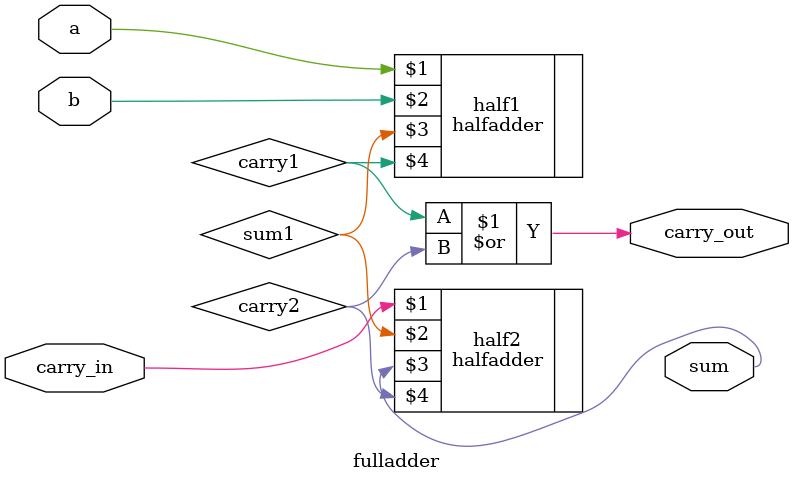
<source format=v>
`include "halfadder.v"

module fulladder(
    a, b, carry_in, sum, carry_out
);

input a;
input b;
input carry_in;

output sum;
output carry_out;

wire sum1;
wire carry1;
wire carry2;

halfadder half1 (a, b, sum1, carry1);
halfadder half2 (carry_in, sum1, sum, carry2);

assign carry_out = carry1 | carry2;

endmodule
</source>
